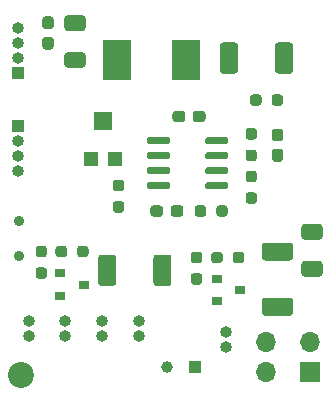
<source format=gbr>
%TF.GenerationSoftware,KiCad,Pcbnew,(5.1.9)-1*%
%TF.CreationDate,2021-12-28T23:28:00-05:00*%
%TF.ProjectId,vr15,76723135-2e6b-4696-9361-645f70636258,rev?*%
%TF.SameCoordinates,Original*%
%TF.FileFunction,Soldermask,Top*%
%TF.FilePolarity,Negative*%
%FSLAX46Y46*%
G04 Gerber Fmt 4.6, Leading zero omitted, Abs format (unit mm)*
G04 Created by KiCad (PCBNEW (5.1.9)-1) date 2021-12-28 23:28:00*
%MOMM*%
%LPD*%
G01*
G04 APERTURE LIST*
%ADD10C,2.200000*%
%ADD11O,1.000000X1.000000*%
%ADD12R,1.000000X1.000000*%
%ADD13C,0.900000*%
%ADD14C,1.000000*%
%ADD15R,1.600000X1.500000*%
%ADD16R,1.200000X1.200000*%
%ADD17O,1.700000X1.700000*%
%ADD18R,2.413000X3.429000*%
%ADD19R,1.700000X1.700000*%
%ADD20R,0.900000X0.800000*%
G04 APERTURE END LIST*
D10*
%TO.C,H1*%
X89281000Y-117475000D03*
%TD*%
D11*
%TO.C,J107*%
X89027000Y-88138000D03*
X89027000Y-89408000D03*
X89027000Y-90678000D03*
D12*
X89027000Y-91948000D03*
%TD*%
D13*
%TO.C,SW101*%
X89103400Y-104468800D03*
X89103400Y-107468800D03*
%TD*%
D12*
%TO.C,TP2*%
X104000000Y-116840000D03*
%TD*%
D14*
%TO.C,TP1*%
X101600000Y-116840000D03*
%TD*%
D15*
%TO.C,RV1*%
X96202500Y-96012000D03*
D16*
X97202500Y-99262000D03*
X95202500Y-99262000D03*
%TD*%
%TO.C,U1*%
G36*
G01*
X104878000Y-97813000D02*
X104878000Y-97513000D01*
G75*
G02*
X105028000Y-97363000I150000J0D01*
G01*
X106678000Y-97363000D01*
G75*
G02*
X106828000Y-97513000I0J-150000D01*
G01*
X106828000Y-97813000D01*
G75*
G02*
X106678000Y-97963000I-150000J0D01*
G01*
X105028000Y-97963000D01*
G75*
G02*
X104878000Y-97813000I0J150000D01*
G01*
G37*
G36*
G01*
X104878000Y-99083000D02*
X104878000Y-98783000D01*
G75*
G02*
X105028000Y-98633000I150000J0D01*
G01*
X106678000Y-98633000D01*
G75*
G02*
X106828000Y-98783000I0J-150000D01*
G01*
X106828000Y-99083000D01*
G75*
G02*
X106678000Y-99233000I-150000J0D01*
G01*
X105028000Y-99233000D01*
G75*
G02*
X104878000Y-99083000I0J150000D01*
G01*
G37*
G36*
G01*
X104878000Y-100353000D02*
X104878000Y-100053000D01*
G75*
G02*
X105028000Y-99903000I150000J0D01*
G01*
X106678000Y-99903000D01*
G75*
G02*
X106828000Y-100053000I0J-150000D01*
G01*
X106828000Y-100353000D01*
G75*
G02*
X106678000Y-100503000I-150000J0D01*
G01*
X105028000Y-100503000D01*
G75*
G02*
X104878000Y-100353000I0J150000D01*
G01*
G37*
G36*
G01*
X104878000Y-101623000D02*
X104878000Y-101323000D01*
G75*
G02*
X105028000Y-101173000I150000J0D01*
G01*
X106678000Y-101173000D01*
G75*
G02*
X106828000Y-101323000I0J-150000D01*
G01*
X106828000Y-101623000D01*
G75*
G02*
X106678000Y-101773000I-150000J0D01*
G01*
X105028000Y-101773000D01*
G75*
G02*
X104878000Y-101623000I0J150000D01*
G01*
G37*
G36*
G01*
X99928000Y-101623000D02*
X99928000Y-101323000D01*
G75*
G02*
X100078000Y-101173000I150000J0D01*
G01*
X101728000Y-101173000D01*
G75*
G02*
X101878000Y-101323000I0J-150000D01*
G01*
X101878000Y-101623000D01*
G75*
G02*
X101728000Y-101773000I-150000J0D01*
G01*
X100078000Y-101773000D01*
G75*
G02*
X99928000Y-101623000I0J150000D01*
G01*
G37*
G36*
G01*
X99928000Y-100353000D02*
X99928000Y-100053000D01*
G75*
G02*
X100078000Y-99903000I150000J0D01*
G01*
X101728000Y-99903000D01*
G75*
G02*
X101878000Y-100053000I0J-150000D01*
G01*
X101878000Y-100353000D01*
G75*
G02*
X101728000Y-100503000I-150000J0D01*
G01*
X100078000Y-100503000D01*
G75*
G02*
X99928000Y-100353000I0J150000D01*
G01*
G37*
G36*
G01*
X99928000Y-99083000D02*
X99928000Y-98783000D01*
G75*
G02*
X100078000Y-98633000I150000J0D01*
G01*
X101728000Y-98633000D01*
G75*
G02*
X101878000Y-98783000I0J-150000D01*
G01*
X101878000Y-99083000D01*
G75*
G02*
X101728000Y-99233000I-150000J0D01*
G01*
X100078000Y-99233000D01*
G75*
G02*
X99928000Y-99083000I0J150000D01*
G01*
G37*
G36*
G01*
X99928000Y-97813000D02*
X99928000Y-97513000D01*
G75*
G02*
X100078000Y-97363000I150000J0D01*
G01*
X101728000Y-97363000D01*
G75*
G02*
X101878000Y-97513000I0J-150000D01*
G01*
X101878000Y-97813000D01*
G75*
G02*
X101728000Y-97963000I-150000J0D01*
G01*
X100078000Y-97963000D01*
G75*
G02*
X99928000Y-97813000I0J150000D01*
G01*
G37*
%TD*%
%TO.C,D102*%
G36*
G01*
X97346000Y-107573499D02*
X97346000Y-109723501D01*
G75*
G02*
X97096001Y-109973500I-249999J0D01*
G01*
X96070999Y-109973500D01*
G75*
G02*
X95821000Y-109723501I0J249999D01*
G01*
X95821000Y-107573499D01*
G75*
G02*
X96070999Y-107323500I249999J0D01*
G01*
X97096001Y-107323500D01*
G75*
G02*
X97346000Y-107573499I0J-249999D01*
G01*
G37*
G36*
G01*
X102021000Y-107573499D02*
X102021000Y-109723501D01*
G75*
G02*
X101771001Y-109973500I-249999J0D01*
G01*
X100745999Y-109973500D01*
G75*
G02*
X100496000Y-109723501I0J249999D01*
G01*
X100496000Y-107573499D01*
G75*
G02*
X100745999Y-107323500I249999J0D01*
G01*
X101771001Y-107323500D01*
G75*
G02*
X102021000Y-107573499I0J-249999D01*
G01*
G37*
%TD*%
%TO.C,D101*%
G36*
G01*
X109922999Y-110973500D02*
X112073001Y-110973500D01*
G75*
G02*
X112323000Y-111223499I0J-249999D01*
G01*
X112323000Y-112248501D01*
G75*
G02*
X112073001Y-112498500I-249999J0D01*
G01*
X109922999Y-112498500D01*
G75*
G02*
X109673000Y-112248501I0J249999D01*
G01*
X109673000Y-111223499D01*
G75*
G02*
X109922999Y-110973500I249999J0D01*
G01*
G37*
G36*
G01*
X109922999Y-106298500D02*
X112073001Y-106298500D01*
G75*
G02*
X112323000Y-106548499I0J-249999D01*
G01*
X112323000Y-107573501D01*
G75*
G02*
X112073001Y-107823500I-249999J0D01*
G01*
X109922999Y-107823500D01*
G75*
G02*
X109673000Y-107573501I0J249999D01*
G01*
X109673000Y-106548499D01*
G75*
G02*
X109922999Y-106298500I249999J0D01*
G01*
G37*
%TD*%
%TO.C,D1*%
G36*
G01*
X110795000Y-91753001D02*
X110795000Y-89602999D01*
G75*
G02*
X111044999Y-89353000I249999J0D01*
G01*
X112070001Y-89353000D01*
G75*
G02*
X112320000Y-89602999I0J-249999D01*
G01*
X112320000Y-91753001D01*
G75*
G02*
X112070001Y-92003000I-249999J0D01*
G01*
X111044999Y-92003000D01*
G75*
G02*
X110795000Y-91753001I0J249999D01*
G01*
G37*
G36*
G01*
X106120000Y-91753001D02*
X106120000Y-89602999D01*
G75*
G02*
X106369999Y-89353000I249999J0D01*
G01*
X107395001Y-89353000D01*
G75*
G02*
X107645000Y-89602999I0J-249999D01*
G01*
X107645000Y-91753001D01*
G75*
G02*
X107395001Y-92003000I-249999J0D01*
G01*
X106369999Y-92003000D01*
G75*
G02*
X106120000Y-91753001I0J249999D01*
G01*
G37*
%TD*%
D17*
%TO.C,J101*%
X110045500Y-114744500D03*
X110045500Y-117284500D03*
%TD*%
D11*
%TO.C,J102*%
X106616500Y-115125500D03*
X106616500Y-113855500D03*
%TD*%
%TO.C,J106*%
X99250500Y-114236500D03*
X99250500Y-112966500D03*
%TD*%
%TO.C,J105*%
X96139000Y-114236500D03*
X96139000Y-112966500D03*
%TD*%
%TO.C,J104*%
X93027500Y-114236500D03*
X93027500Y-112966500D03*
%TD*%
%TO.C,J103*%
X89916000Y-114236500D03*
X89916000Y-112966500D03*
%TD*%
D18*
%TO.C,L1*%
X97409000Y-90805000D03*
X103251000Y-90805000D03*
%TD*%
D17*
%TO.C,J1*%
X113728500Y-114744500D03*
D19*
X113728500Y-117284500D03*
%TD*%
%TO.C,R3*%
G36*
G01*
X105811500Y-103869500D02*
X105811500Y-103394500D01*
G75*
G02*
X106049000Y-103157000I237500J0D01*
G01*
X106549000Y-103157000D01*
G75*
G02*
X106786500Y-103394500I0J-237500D01*
G01*
X106786500Y-103869500D01*
G75*
G02*
X106549000Y-104107000I-237500J0D01*
G01*
X106049000Y-104107000D01*
G75*
G02*
X105811500Y-103869500I0J237500D01*
G01*
G37*
G36*
G01*
X103986500Y-103869500D02*
X103986500Y-103394500D01*
G75*
G02*
X104224000Y-103157000I237500J0D01*
G01*
X104724000Y-103157000D01*
G75*
G02*
X104961500Y-103394500I0J-237500D01*
G01*
X104961500Y-103869500D01*
G75*
G02*
X104724000Y-104107000I-237500J0D01*
G01*
X104224000Y-104107000D01*
G75*
G02*
X103986500Y-103869500I0J237500D01*
G01*
G37*
%TD*%
%TO.C,R2*%
G36*
G01*
X97298500Y-102787000D02*
X97773500Y-102787000D01*
G75*
G02*
X98011000Y-103024500I0J-237500D01*
G01*
X98011000Y-103524500D01*
G75*
G02*
X97773500Y-103762000I-237500J0D01*
G01*
X97298500Y-103762000D01*
G75*
G02*
X97061000Y-103524500I0J237500D01*
G01*
X97061000Y-103024500D01*
G75*
G02*
X97298500Y-102787000I237500J0D01*
G01*
G37*
G36*
G01*
X97298500Y-100962000D02*
X97773500Y-100962000D01*
G75*
G02*
X98011000Y-101199500I0J-237500D01*
G01*
X98011000Y-101699500D01*
G75*
G02*
X97773500Y-101937000I-237500J0D01*
G01*
X97298500Y-101937000D01*
G75*
G02*
X97061000Y-101699500I0J237500D01*
G01*
X97061000Y-101199500D01*
G75*
G02*
X97298500Y-100962000I237500J0D01*
G01*
G37*
%TD*%
%TO.C,R4*%
G36*
G01*
X108538000Y-102048500D02*
X109013000Y-102048500D01*
G75*
G02*
X109250500Y-102286000I0J-237500D01*
G01*
X109250500Y-102786000D01*
G75*
G02*
X109013000Y-103023500I-237500J0D01*
G01*
X108538000Y-103023500D01*
G75*
G02*
X108300500Y-102786000I0J237500D01*
G01*
X108300500Y-102286000D01*
G75*
G02*
X108538000Y-102048500I237500J0D01*
G01*
G37*
G36*
G01*
X108538000Y-100223500D02*
X109013000Y-100223500D01*
G75*
G02*
X109250500Y-100461000I0J-237500D01*
G01*
X109250500Y-100961000D01*
G75*
G02*
X109013000Y-101198500I-237500J0D01*
G01*
X108538000Y-101198500D01*
G75*
G02*
X108300500Y-100961000I0J237500D01*
G01*
X108300500Y-100461000D01*
G75*
G02*
X108538000Y-100223500I237500J0D01*
G01*
G37*
%TD*%
%TO.C,R6*%
G36*
G01*
X110494000Y-94471500D02*
X110494000Y-93996500D01*
G75*
G02*
X110731500Y-93759000I237500J0D01*
G01*
X111231500Y-93759000D01*
G75*
G02*
X111469000Y-93996500I0J-237500D01*
G01*
X111469000Y-94471500D01*
G75*
G02*
X111231500Y-94709000I-237500J0D01*
G01*
X110731500Y-94709000D01*
G75*
G02*
X110494000Y-94471500I0J237500D01*
G01*
G37*
G36*
G01*
X108669000Y-94471500D02*
X108669000Y-93996500D01*
G75*
G02*
X108906500Y-93759000I237500J0D01*
G01*
X109406500Y-93759000D01*
G75*
G02*
X109644000Y-93996500I0J-237500D01*
G01*
X109644000Y-94471500D01*
G75*
G02*
X109406500Y-94709000I-237500J0D01*
G01*
X108906500Y-94709000D01*
G75*
G02*
X108669000Y-94471500I0J237500D01*
G01*
G37*
%TD*%
%TO.C,R5*%
G36*
G01*
X109013000Y-97579000D02*
X108538000Y-97579000D01*
G75*
G02*
X108300500Y-97341500I0J237500D01*
G01*
X108300500Y-96841500D01*
G75*
G02*
X108538000Y-96604000I237500J0D01*
G01*
X109013000Y-96604000D01*
G75*
G02*
X109250500Y-96841500I0J-237500D01*
G01*
X109250500Y-97341500D01*
G75*
G02*
X109013000Y-97579000I-237500J0D01*
G01*
G37*
G36*
G01*
X109013000Y-99404000D02*
X108538000Y-99404000D01*
G75*
G02*
X108300500Y-99166500I0J237500D01*
G01*
X108300500Y-98666500D01*
G75*
G02*
X108538000Y-98429000I237500J0D01*
G01*
X109013000Y-98429000D01*
G75*
G02*
X109250500Y-98666500I0J-237500D01*
G01*
X109250500Y-99166500D01*
G75*
G02*
X109013000Y-99404000I-237500J0D01*
G01*
G37*
%TD*%
D11*
%TO.C,J108*%
X89027000Y-100203000D03*
X89027000Y-98933000D03*
X89027000Y-97663000D03*
D12*
X89027000Y-96393000D03*
%TD*%
%TO.C,C7*%
G36*
G01*
X91804500Y-88231000D02*
X91329500Y-88231000D01*
G75*
G02*
X91092000Y-87993500I0J237500D01*
G01*
X91092000Y-87393500D01*
G75*
G02*
X91329500Y-87156000I237500J0D01*
G01*
X91804500Y-87156000D01*
G75*
G02*
X92042000Y-87393500I0J-237500D01*
G01*
X92042000Y-87993500D01*
G75*
G02*
X91804500Y-88231000I-237500J0D01*
G01*
G37*
G36*
G01*
X91804500Y-89956000D02*
X91329500Y-89956000D01*
G75*
G02*
X91092000Y-89718500I0J237500D01*
G01*
X91092000Y-89118500D01*
G75*
G02*
X91329500Y-88881000I237500J0D01*
G01*
X91804500Y-88881000D01*
G75*
G02*
X92042000Y-89118500I0J-237500D01*
G01*
X92042000Y-89718500D01*
G75*
G02*
X91804500Y-89956000I-237500J0D01*
G01*
G37*
%TD*%
%TO.C,C2*%
G36*
G01*
X94503002Y-88381000D02*
X93202998Y-88381000D01*
G75*
G02*
X92953000Y-88131002I0J249998D01*
G01*
X92953000Y-87305998D01*
G75*
G02*
X93202998Y-87056000I249998J0D01*
G01*
X94503002Y-87056000D01*
G75*
G02*
X94753000Y-87305998I0J-249998D01*
G01*
X94753000Y-88131002D01*
G75*
G02*
X94503002Y-88381000I-249998J0D01*
G01*
G37*
G36*
G01*
X94503002Y-91506000D02*
X93202998Y-91506000D01*
G75*
G02*
X92953000Y-91256002I0J249998D01*
G01*
X92953000Y-90430998D01*
G75*
G02*
X93202998Y-90181000I249998J0D01*
G01*
X94503002Y-90181000D01*
G75*
G02*
X94753000Y-90430998I0J-249998D01*
G01*
X94753000Y-91256002D01*
G75*
G02*
X94503002Y-91506000I-249998J0D01*
G01*
G37*
%TD*%
%TO.C,C3*%
G36*
G01*
X101951500Y-103869500D02*
X101951500Y-103394500D01*
G75*
G02*
X102189000Y-103157000I237500J0D01*
G01*
X102789000Y-103157000D01*
G75*
G02*
X103026500Y-103394500I0J-237500D01*
G01*
X103026500Y-103869500D01*
G75*
G02*
X102789000Y-104107000I-237500J0D01*
G01*
X102189000Y-104107000D01*
G75*
G02*
X101951500Y-103869500I0J237500D01*
G01*
G37*
G36*
G01*
X100226500Y-103869500D02*
X100226500Y-103394500D01*
G75*
G02*
X100464000Y-103157000I237500J0D01*
G01*
X101064000Y-103157000D01*
G75*
G02*
X101301500Y-103394500I0J-237500D01*
G01*
X101301500Y-103869500D01*
G75*
G02*
X101064000Y-104107000I-237500J0D01*
G01*
X100464000Y-104107000D01*
G75*
G02*
X100226500Y-103869500I0J237500D01*
G01*
G37*
%TD*%
%TO.C,C4*%
G36*
G01*
X103180000Y-95393500D02*
X103180000Y-95868500D01*
G75*
G02*
X102942500Y-96106000I-237500J0D01*
G01*
X102342500Y-96106000D01*
G75*
G02*
X102105000Y-95868500I0J237500D01*
G01*
X102105000Y-95393500D01*
G75*
G02*
X102342500Y-95156000I237500J0D01*
G01*
X102942500Y-95156000D01*
G75*
G02*
X103180000Y-95393500I0J-237500D01*
G01*
G37*
G36*
G01*
X104905000Y-95393500D02*
X104905000Y-95868500D01*
G75*
G02*
X104667500Y-96106000I-237500J0D01*
G01*
X104067500Y-96106000D01*
G75*
G02*
X103830000Y-95868500I0J237500D01*
G01*
X103830000Y-95393500D01*
G75*
G02*
X104067500Y-95156000I237500J0D01*
G01*
X104667500Y-95156000D01*
G75*
G02*
X104905000Y-95393500I0J-237500D01*
G01*
G37*
%TD*%
%TO.C,C1*%
G36*
G01*
X114569002Y-106059000D02*
X113268998Y-106059000D01*
G75*
G02*
X113019000Y-105809002I0J249998D01*
G01*
X113019000Y-104983998D01*
G75*
G02*
X113268998Y-104734000I249998J0D01*
G01*
X114569002Y-104734000D01*
G75*
G02*
X114819000Y-104983998I0J-249998D01*
G01*
X114819000Y-105809002D01*
G75*
G02*
X114569002Y-106059000I-249998J0D01*
G01*
G37*
G36*
G01*
X114569002Y-109184000D02*
X113268998Y-109184000D01*
G75*
G02*
X113019000Y-108934002I0J249998D01*
G01*
X113019000Y-108108998D01*
G75*
G02*
X113268998Y-107859000I249998J0D01*
G01*
X114569002Y-107859000D01*
G75*
G02*
X114819000Y-108108998I0J-249998D01*
G01*
X114819000Y-108934002D01*
G75*
G02*
X114569002Y-109184000I-249998J0D01*
G01*
G37*
%TD*%
%TO.C,C5*%
G36*
G01*
X111235500Y-97719000D02*
X110760500Y-97719000D01*
G75*
G02*
X110523000Y-97481500I0J237500D01*
G01*
X110523000Y-96881500D01*
G75*
G02*
X110760500Y-96644000I237500J0D01*
G01*
X111235500Y-96644000D01*
G75*
G02*
X111473000Y-96881500I0J-237500D01*
G01*
X111473000Y-97481500D01*
G75*
G02*
X111235500Y-97719000I-237500J0D01*
G01*
G37*
G36*
G01*
X111235500Y-99444000D02*
X110760500Y-99444000D01*
G75*
G02*
X110523000Y-99206500I0J237500D01*
G01*
X110523000Y-98606500D01*
G75*
G02*
X110760500Y-98369000I237500J0D01*
G01*
X111235500Y-98369000D01*
G75*
G02*
X111473000Y-98606500I0J-237500D01*
G01*
X111473000Y-99206500D01*
G75*
G02*
X111235500Y-99444000I-237500J0D01*
G01*
G37*
%TD*%
%TO.C,R108*%
G36*
G01*
X94024000Y-107298500D02*
X94024000Y-106823500D01*
G75*
G02*
X94261500Y-106586000I237500J0D01*
G01*
X94761500Y-106586000D01*
G75*
G02*
X94999000Y-106823500I0J-237500D01*
G01*
X94999000Y-107298500D01*
G75*
G02*
X94761500Y-107536000I-237500J0D01*
G01*
X94261500Y-107536000D01*
G75*
G02*
X94024000Y-107298500I0J237500D01*
G01*
G37*
G36*
G01*
X92199000Y-107298500D02*
X92199000Y-106823500D01*
G75*
G02*
X92436500Y-106586000I237500J0D01*
G01*
X92936500Y-106586000D01*
G75*
G02*
X93174000Y-106823500I0J-237500D01*
G01*
X93174000Y-107298500D01*
G75*
G02*
X92936500Y-107536000I-237500J0D01*
G01*
X92436500Y-107536000D01*
G75*
G02*
X92199000Y-107298500I0J237500D01*
G01*
G37*
%TD*%
%TO.C,R104*%
G36*
G01*
X107208500Y-107806500D02*
X107208500Y-107331500D01*
G75*
G02*
X107446000Y-107094000I237500J0D01*
G01*
X107946000Y-107094000D01*
G75*
G02*
X108183500Y-107331500I0J-237500D01*
G01*
X108183500Y-107806500D01*
G75*
G02*
X107946000Y-108044000I-237500J0D01*
G01*
X107446000Y-108044000D01*
G75*
G02*
X107208500Y-107806500I0J237500D01*
G01*
G37*
G36*
G01*
X105383500Y-107806500D02*
X105383500Y-107331500D01*
G75*
G02*
X105621000Y-107094000I237500J0D01*
G01*
X106121000Y-107094000D01*
G75*
G02*
X106358500Y-107331500I0J-237500D01*
G01*
X106358500Y-107806500D01*
G75*
G02*
X106121000Y-108044000I-237500J0D01*
G01*
X105621000Y-108044000D01*
G75*
G02*
X105383500Y-107806500I0J237500D01*
G01*
G37*
%TD*%
%TO.C,R109*%
G36*
G01*
X91233000Y-107548500D02*
X90758000Y-107548500D01*
G75*
G02*
X90520500Y-107311000I0J237500D01*
G01*
X90520500Y-106811000D01*
G75*
G02*
X90758000Y-106573500I237500J0D01*
G01*
X91233000Y-106573500D01*
G75*
G02*
X91470500Y-106811000I0J-237500D01*
G01*
X91470500Y-107311000D01*
G75*
G02*
X91233000Y-107548500I-237500J0D01*
G01*
G37*
G36*
G01*
X91233000Y-109373500D02*
X90758000Y-109373500D01*
G75*
G02*
X90520500Y-109136000I0J237500D01*
G01*
X90520500Y-108636000D01*
G75*
G02*
X90758000Y-108398500I237500J0D01*
G01*
X91233000Y-108398500D01*
G75*
G02*
X91470500Y-108636000I0J-237500D01*
G01*
X91470500Y-109136000D01*
G75*
G02*
X91233000Y-109373500I-237500J0D01*
G01*
G37*
%TD*%
%TO.C,R105*%
G36*
G01*
X103902500Y-108883000D02*
X104377500Y-108883000D01*
G75*
G02*
X104615000Y-109120500I0J-237500D01*
G01*
X104615000Y-109620500D01*
G75*
G02*
X104377500Y-109858000I-237500J0D01*
G01*
X103902500Y-109858000D01*
G75*
G02*
X103665000Y-109620500I0J237500D01*
G01*
X103665000Y-109120500D01*
G75*
G02*
X103902500Y-108883000I237500J0D01*
G01*
G37*
G36*
G01*
X103902500Y-107058000D02*
X104377500Y-107058000D01*
G75*
G02*
X104615000Y-107295500I0J-237500D01*
G01*
X104615000Y-107795500D01*
G75*
G02*
X104377500Y-108033000I-237500J0D01*
G01*
X103902500Y-108033000D01*
G75*
G02*
X103665000Y-107795500I0J237500D01*
G01*
X103665000Y-107295500D01*
G75*
G02*
X103902500Y-107058000I237500J0D01*
G01*
G37*
%TD*%
D20*
%TO.C,Q102*%
X94615000Y-109855000D03*
X92615000Y-110805000D03*
X92615000Y-108905000D03*
%TD*%
%TO.C,Q101*%
X107854500Y-110297000D03*
X105854500Y-111247000D03*
X105854500Y-109347000D03*
%TD*%
M02*

</source>
